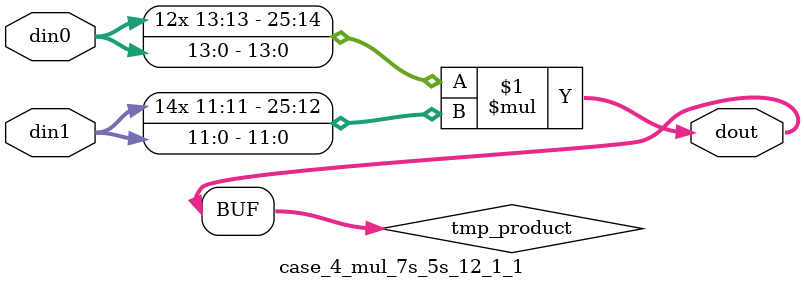
<source format=v>

`timescale 1 ns / 1 ps

 (* use_dsp = "no" *)  module case_4_mul_7s_5s_12_1_1(din0, din1, dout);
parameter ID = 1;
parameter NUM_STAGE = 0;
parameter din0_WIDTH = 14;
parameter din1_WIDTH = 12;
parameter dout_WIDTH = 26;

input [din0_WIDTH - 1 : 0] din0; 
input [din1_WIDTH - 1 : 0] din1; 
output [dout_WIDTH - 1 : 0] dout;

wire signed [dout_WIDTH - 1 : 0] tmp_product;



























assign tmp_product = $signed(din0) * $signed(din1);








assign dout = tmp_product;





















endmodule

</source>
